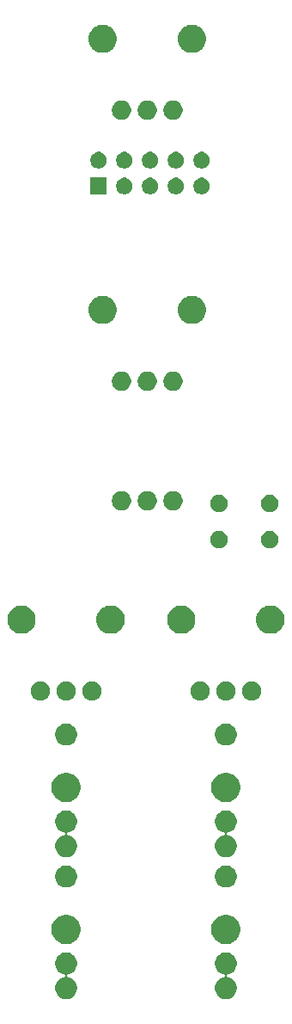
<source format=gbr>
G04 #@! TF.GenerationSoftware,KiCad,Pcbnew,5.1.4*
G04 #@! TF.CreationDate,2019-09-20T20:02:23+02:00*
G04 #@! TF.ProjectId,PolivoksVCF,506f6c69-766f-46b7-9356-43462e6b6963,rev?*
G04 #@! TF.SameCoordinates,Original*
G04 #@! TF.FileFunction,Soldermask,Bot*
G04 #@! TF.FilePolarity,Negative*
%FSLAX46Y46*%
G04 Gerber Fmt 4.6, Leading zero omitted, Abs format (unit mm)*
G04 Created by KiCad (PCBNEW 5.1.4) date 2019-09-20 20:02:23*
%MOMM*%
%LPD*%
G04 APERTURE LIST*
%ADD10C,0.100000*%
G04 APERTURE END LIST*
D10*
G36*
X273806083Y-118366581D02*
G01*
X273876420Y-118380572D01*
X274075188Y-118462905D01*
X274254074Y-118582433D01*
X274406204Y-118734563D01*
X274525732Y-118913449D01*
X274608065Y-119112217D01*
X274650037Y-119323228D01*
X274650037Y-119538372D01*
X274608065Y-119749383D01*
X274525732Y-119948151D01*
X274406204Y-120127037D01*
X274254074Y-120279167D01*
X274075188Y-120398695D01*
X273876420Y-120481028D01*
X273807906Y-120494656D01*
X273707123Y-120514703D01*
X273683674Y-120521816D01*
X273662063Y-120533367D01*
X273643121Y-120548912D01*
X273627576Y-120567854D01*
X273616025Y-120589465D01*
X273608912Y-120612914D01*
X273606510Y-120637300D01*
X273608912Y-120661686D01*
X273616025Y-120685135D01*
X273627576Y-120706746D01*
X273643121Y-120725688D01*
X273662063Y-120741233D01*
X273683674Y-120752784D01*
X273707123Y-120759897D01*
X273807906Y-120779944D01*
X273876420Y-120793572D01*
X274075188Y-120875905D01*
X274254074Y-120995433D01*
X274406204Y-121147563D01*
X274525732Y-121326449D01*
X274608065Y-121525217D01*
X274650037Y-121736228D01*
X274650037Y-121951372D01*
X274608065Y-122162383D01*
X274525732Y-122361151D01*
X274406204Y-122540037D01*
X274254074Y-122692167D01*
X274075188Y-122811695D01*
X273876420Y-122894028D01*
X273806083Y-122908019D01*
X273665411Y-122936000D01*
X273450263Y-122936000D01*
X273309591Y-122908019D01*
X273239254Y-122894028D01*
X273040486Y-122811695D01*
X272861600Y-122692167D01*
X272709470Y-122540037D01*
X272589942Y-122361151D01*
X272507609Y-122162383D01*
X272465637Y-121951372D01*
X272465637Y-121736228D01*
X272507609Y-121525217D01*
X272589942Y-121326449D01*
X272709470Y-121147563D01*
X272861600Y-120995433D01*
X273040486Y-120875905D01*
X273239254Y-120793572D01*
X273307768Y-120779944D01*
X273408551Y-120759897D01*
X273432000Y-120752784D01*
X273453611Y-120741233D01*
X273472553Y-120725688D01*
X273488098Y-120706746D01*
X273499649Y-120685135D01*
X273506762Y-120661686D01*
X273509164Y-120637300D01*
X273506762Y-120612914D01*
X273499649Y-120589465D01*
X273488098Y-120567854D01*
X273472553Y-120548912D01*
X273453611Y-120533367D01*
X273432000Y-120521816D01*
X273408551Y-120514703D01*
X273307768Y-120494656D01*
X273239254Y-120481028D01*
X273040486Y-120398695D01*
X272861600Y-120279167D01*
X272709470Y-120127037D01*
X272589942Y-119948151D01*
X272507609Y-119749383D01*
X272465637Y-119538372D01*
X272465637Y-119323228D01*
X272507609Y-119112217D01*
X272589942Y-118913449D01*
X272709470Y-118734563D01*
X272861600Y-118582433D01*
X273040486Y-118462905D01*
X273239254Y-118380572D01*
X273309591Y-118366581D01*
X273450263Y-118338600D01*
X273665411Y-118338600D01*
X273806083Y-118366581D01*
X273806083Y-118366581D01*
G37*
G36*
X258058083Y-118366581D02*
G01*
X258128420Y-118380572D01*
X258327188Y-118462905D01*
X258506074Y-118582433D01*
X258658204Y-118734563D01*
X258777732Y-118913449D01*
X258860065Y-119112217D01*
X258902037Y-119323228D01*
X258902037Y-119538372D01*
X258860065Y-119749383D01*
X258777732Y-119948151D01*
X258658204Y-120127037D01*
X258506074Y-120279167D01*
X258327188Y-120398695D01*
X258128420Y-120481028D01*
X258059906Y-120494656D01*
X257959123Y-120514703D01*
X257935674Y-120521816D01*
X257914063Y-120533367D01*
X257895121Y-120548912D01*
X257879576Y-120567854D01*
X257868025Y-120589465D01*
X257860912Y-120612914D01*
X257858510Y-120637300D01*
X257860912Y-120661686D01*
X257868025Y-120685135D01*
X257879576Y-120706746D01*
X257895121Y-120725688D01*
X257914063Y-120741233D01*
X257935674Y-120752784D01*
X257959123Y-120759897D01*
X258059906Y-120779944D01*
X258128420Y-120793572D01*
X258327188Y-120875905D01*
X258506074Y-120995433D01*
X258658204Y-121147563D01*
X258777732Y-121326449D01*
X258860065Y-121525217D01*
X258902037Y-121736228D01*
X258902037Y-121951372D01*
X258860065Y-122162383D01*
X258777732Y-122361151D01*
X258658204Y-122540037D01*
X258506074Y-122692167D01*
X258327188Y-122811695D01*
X258128420Y-122894028D01*
X258058083Y-122908019D01*
X257917411Y-122936000D01*
X257702263Y-122936000D01*
X257561591Y-122908019D01*
X257491254Y-122894028D01*
X257292486Y-122811695D01*
X257113600Y-122692167D01*
X256961470Y-122540037D01*
X256841942Y-122361151D01*
X256759609Y-122162383D01*
X256717637Y-121951372D01*
X256717637Y-121736228D01*
X256759609Y-121525217D01*
X256841942Y-121326449D01*
X256961470Y-121147563D01*
X257113600Y-120995433D01*
X257292486Y-120875905D01*
X257491254Y-120793572D01*
X257559768Y-120779944D01*
X257660551Y-120759897D01*
X257684000Y-120752784D01*
X257705611Y-120741233D01*
X257724553Y-120725688D01*
X257740098Y-120706746D01*
X257751649Y-120685135D01*
X257758762Y-120661686D01*
X257761164Y-120637300D01*
X257758762Y-120612914D01*
X257751649Y-120589465D01*
X257740098Y-120567854D01*
X257724553Y-120548912D01*
X257705611Y-120533367D01*
X257684000Y-120521816D01*
X257660551Y-120514703D01*
X257559768Y-120494656D01*
X257491254Y-120481028D01*
X257292486Y-120398695D01*
X257113600Y-120279167D01*
X256961470Y-120127037D01*
X256841942Y-119948151D01*
X256759609Y-119749383D01*
X256717637Y-119538372D01*
X256717637Y-119323228D01*
X256759609Y-119112217D01*
X256841942Y-118913449D01*
X256961470Y-118734563D01*
X257113600Y-118582433D01*
X257292486Y-118462905D01*
X257491254Y-118380572D01*
X257561591Y-118366581D01*
X257702263Y-118338600D01*
X257917411Y-118338600D01*
X258058083Y-118366581D01*
X258058083Y-118366581D01*
G37*
G36*
X273981078Y-114682760D02*
G01*
X274245142Y-114792139D01*
X274482795Y-114950934D01*
X274684903Y-115153042D01*
X274843698Y-115390695D01*
X274953077Y-115654759D01*
X275008837Y-115935088D01*
X275008837Y-116220912D01*
X274953077Y-116501241D01*
X274843698Y-116765305D01*
X274684903Y-117002958D01*
X274482795Y-117205066D01*
X274245142Y-117363861D01*
X273981078Y-117473240D01*
X273700749Y-117529000D01*
X273414925Y-117529000D01*
X273134596Y-117473240D01*
X272870532Y-117363861D01*
X272632879Y-117205066D01*
X272430771Y-117002958D01*
X272271976Y-116765305D01*
X272162597Y-116501241D01*
X272106837Y-116220912D01*
X272106837Y-115935088D01*
X272162597Y-115654759D01*
X272271976Y-115390695D01*
X272430771Y-115153042D01*
X272632879Y-114950934D01*
X272870532Y-114792139D01*
X273134596Y-114682760D01*
X273414925Y-114627000D01*
X273700749Y-114627000D01*
X273981078Y-114682760D01*
X273981078Y-114682760D01*
G37*
G36*
X258233078Y-114682760D02*
G01*
X258497142Y-114792139D01*
X258734795Y-114950934D01*
X258936903Y-115153042D01*
X259095698Y-115390695D01*
X259205077Y-115654759D01*
X259260837Y-115935088D01*
X259260837Y-116220912D01*
X259205077Y-116501241D01*
X259095698Y-116765305D01*
X258936903Y-117002958D01*
X258734795Y-117205066D01*
X258497142Y-117363861D01*
X258233078Y-117473240D01*
X257952749Y-117529000D01*
X257666925Y-117529000D01*
X257386596Y-117473240D01*
X257122532Y-117363861D01*
X256884879Y-117205066D01*
X256682771Y-117002958D01*
X256523976Y-116765305D01*
X256414597Y-116501241D01*
X256358837Y-116220912D01*
X256358837Y-115935088D01*
X256414597Y-115654759D01*
X256523976Y-115390695D01*
X256682771Y-115153042D01*
X256884879Y-114950934D01*
X257122532Y-114792139D01*
X257386596Y-114682760D01*
X257666925Y-114627000D01*
X257952749Y-114627000D01*
X258233078Y-114682760D01*
X258233078Y-114682760D01*
G37*
G36*
X258058083Y-109806781D02*
G01*
X258128420Y-109820772D01*
X258327188Y-109903105D01*
X258506074Y-110022633D01*
X258658204Y-110174763D01*
X258777732Y-110353649D01*
X258860065Y-110552417D01*
X258902037Y-110763428D01*
X258902037Y-110978572D01*
X258860065Y-111189583D01*
X258777732Y-111388351D01*
X258658204Y-111567237D01*
X258506074Y-111719367D01*
X258327188Y-111838895D01*
X258128420Y-111921228D01*
X258058083Y-111935219D01*
X257917411Y-111963200D01*
X257702263Y-111963200D01*
X257561591Y-111935219D01*
X257491254Y-111921228D01*
X257292486Y-111838895D01*
X257113600Y-111719367D01*
X256961470Y-111567237D01*
X256841942Y-111388351D01*
X256759609Y-111189583D01*
X256717637Y-110978572D01*
X256717637Y-110763428D01*
X256759609Y-110552417D01*
X256841942Y-110353649D01*
X256961470Y-110174763D01*
X257113600Y-110022633D01*
X257292486Y-109903105D01*
X257491254Y-109820772D01*
X257561591Y-109806781D01*
X257702263Y-109778800D01*
X257917411Y-109778800D01*
X258058083Y-109806781D01*
X258058083Y-109806781D01*
G37*
G36*
X273806083Y-109806781D02*
G01*
X273876420Y-109820772D01*
X274075188Y-109903105D01*
X274254074Y-110022633D01*
X274406204Y-110174763D01*
X274525732Y-110353649D01*
X274608065Y-110552417D01*
X274650037Y-110763428D01*
X274650037Y-110978572D01*
X274608065Y-111189583D01*
X274525732Y-111388351D01*
X274406204Y-111567237D01*
X274254074Y-111719367D01*
X274075188Y-111838895D01*
X273876420Y-111921228D01*
X273806083Y-111935219D01*
X273665411Y-111963200D01*
X273450263Y-111963200D01*
X273309591Y-111935219D01*
X273239254Y-111921228D01*
X273040486Y-111838895D01*
X272861600Y-111719367D01*
X272709470Y-111567237D01*
X272589942Y-111388351D01*
X272507609Y-111189583D01*
X272465637Y-110978572D01*
X272465637Y-110763428D01*
X272507609Y-110552417D01*
X272589942Y-110353649D01*
X272709470Y-110174763D01*
X272861600Y-110022633D01*
X273040486Y-109903105D01*
X273239254Y-109820772D01*
X273309591Y-109806781D01*
X273450263Y-109778800D01*
X273665411Y-109778800D01*
X273806083Y-109806781D01*
X273806083Y-109806781D01*
G37*
G36*
X273806083Y-104396581D02*
G01*
X273876420Y-104410572D01*
X274075188Y-104492905D01*
X274254074Y-104612433D01*
X274406204Y-104764563D01*
X274525732Y-104943449D01*
X274608065Y-105142217D01*
X274650037Y-105353228D01*
X274650037Y-105568372D01*
X274608065Y-105779383D01*
X274525732Y-105978151D01*
X274406204Y-106157037D01*
X274254074Y-106309167D01*
X274075188Y-106428695D01*
X273876420Y-106511028D01*
X273807906Y-106524656D01*
X273707123Y-106544703D01*
X273683674Y-106551816D01*
X273662063Y-106563367D01*
X273643121Y-106578912D01*
X273627576Y-106597854D01*
X273616025Y-106619465D01*
X273608912Y-106642914D01*
X273606510Y-106667300D01*
X273608912Y-106691686D01*
X273616025Y-106715135D01*
X273627576Y-106736746D01*
X273643121Y-106755688D01*
X273662063Y-106771233D01*
X273683674Y-106782784D01*
X273707123Y-106789897D01*
X273807906Y-106809944D01*
X273876420Y-106823572D01*
X274075188Y-106905905D01*
X274254074Y-107025433D01*
X274406204Y-107177563D01*
X274525732Y-107356449D01*
X274608065Y-107555217D01*
X274650037Y-107766228D01*
X274650037Y-107981372D01*
X274608065Y-108192383D01*
X274525732Y-108391151D01*
X274406204Y-108570037D01*
X274254074Y-108722167D01*
X274075188Y-108841695D01*
X273876420Y-108924028D01*
X273806083Y-108938019D01*
X273665411Y-108966000D01*
X273450263Y-108966000D01*
X273309591Y-108938019D01*
X273239254Y-108924028D01*
X273040486Y-108841695D01*
X272861600Y-108722167D01*
X272709470Y-108570037D01*
X272589942Y-108391151D01*
X272507609Y-108192383D01*
X272465637Y-107981372D01*
X272465637Y-107766228D01*
X272507609Y-107555217D01*
X272589942Y-107356449D01*
X272709470Y-107177563D01*
X272861600Y-107025433D01*
X273040486Y-106905905D01*
X273239254Y-106823572D01*
X273307768Y-106809944D01*
X273408551Y-106789897D01*
X273432000Y-106782784D01*
X273453611Y-106771233D01*
X273472553Y-106755688D01*
X273488098Y-106736746D01*
X273499649Y-106715135D01*
X273506762Y-106691686D01*
X273509164Y-106667300D01*
X273506762Y-106642914D01*
X273499649Y-106619465D01*
X273488098Y-106597854D01*
X273472553Y-106578912D01*
X273453611Y-106563367D01*
X273432000Y-106551816D01*
X273408551Y-106544703D01*
X273307768Y-106524656D01*
X273239254Y-106511028D01*
X273040486Y-106428695D01*
X272861600Y-106309167D01*
X272709470Y-106157037D01*
X272589942Y-105978151D01*
X272507609Y-105779383D01*
X272465637Y-105568372D01*
X272465637Y-105353228D01*
X272507609Y-105142217D01*
X272589942Y-104943449D01*
X272709470Y-104764563D01*
X272861600Y-104612433D01*
X273040486Y-104492905D01*
X273239254Y-104410572D01*
X273309591Y-104396581D01*
X273450263Y-104368600D01*
X273665411Y-104368600D01*
X273806083Y-104396581D01*
X273806083Y-104396581D01*
G37*
G36*
X258058083Y-104396581D02*
G01*
X258128420Y-104410572D01*
X258327188Y-104492905D01*
X258506074Y-104612433D01*
X258658204Y-104764563D01*
X258777732Y-104943449D01*
X258860065Y-105142217D01*
X258902037Y-105353228D01*
X258902037Y-105568372D01*
X258860065Y-105779383D01*
X258777732Y-105978151D01*
X258658204Y-106157037D01*
X258506074Y-106309167D01*
X258327188Y-106428695D01*
X258128420Y-106511028D01*
X258059906Y-106524656D01*
X257959123Y-106544703D01*
X257935674Y-106551816D01*
X257914063Y-106563367D01*
X257895121Y-106578912D01*
X257879576Y-106597854D01*
X257868025Y-106619465D01*
X257860912Y-106642914D01*
X257858510Y-106667300D01*
X257860912Y-106691686D01*
X257868025Y-106715135D01*
X257879576Y-106736746D01*
X257895121Y-106755688D01*
X257914063Y-106771233D01*
X257935674Y-106782784D01*
X257959123Y-106789897D01*
X258059906Y-106809944D01*
X258128420Y-106823572D01*
X258327188Y-106905905D01*
X258506074Y-107025433D01*
X258658204Y-107177563D01*
X258777732Y-107356449D01*
X258860065Y-107555217D01*
X258902037Y-107766228D01*
X258902037Y-107981372D01*
X258860065Y-108192383D01*
X258777732Y-108391151D01*
X258658204Y-108570037D01*
X258506074Y-108722167D01*
X258327188Y-108841695D01*
X258128420Y-108924028D01*
X258058083Y-108938019D01*
X257917411Y-108966000D01*
X257702263Y-108966000D01*
X257561591Y-108938019D01*
X257491254Y-108924028D01*
X257292486Y-108841695D01*
X257113600Y-108722167D01*
X256961470Y-108570037D01*
X256841942Y-108391151D01*
X256759609Y-108192383D01*
X256717637Y-107981372D01*
X256717637Y-107766228D01*
X256759609Y-107555217D01*
X256841942Y-107356449D01*
X256961470Y-107177563D01*
X257113600Y-107025433D01*
X257292486Y-106905905D01*
X257491254Y-106823572D01*
X257559768Y-106809944D01*
X257660551Y-106789897D01*
X257684000Y-106782784D01*
X257705611Y-106771233D01*
X257724553Y-106755688D01*
X257740098Y-106736746D01*
X257751649Y-106715135D01*
X257758762Y-106691686D01*
X257761164Y-106667300D01*
X257758762Y-106642914D01*
X257751649Y-106619465D01*
X257740098Y-106597854D01*
X257724553Y-106578912D01*
X257705611Y-106563367D01*
X257684000Y-106551816D01*
X257660551Y-106544703D01*
X257559768Y-106524656D01*
X257491254Y-106511028D01*
X257292486Y-106428695D01*
X257113600Y-106309167D01*
X256961470Y-106157037D01*
X256841942Y-105978151D01*
X256759609Y-105779383D01*
X256717637Y-105568372D01*
X256717637Y-105353228D01*
X256759609Y-105142217D01*
X256841942Y-104943449D01*
X256961470Y-104764563D01*
X257113600Y-104612433D01*
X257292486Y-104492905D01*
X257491254Y-104410572D01*
X257561591Y-104396581D01*
X257702263Y-104368600D01*
X257917411Y-104368600D01*
X258058083Y-104396581D01*
X258058083Y-104396581D01*
G37*
G36*
X258233078Y-100712760D02*
G01*
X258497142Y-100822139D01*
X258734795Y-100980934D01*
X258936903Y-101183042D01*
X259095698Y-101420695D01*
X259205077Y-101684759D01*
X259260837Y-101965088D01*
X259260837Y-102250912D01*
X259205077Y-102531241D01*
X259095698Y-102795305D01*
X258936903Y-103032958D01*
X258734795Y-103235066D01*
X258497142Y-103393861D01*
X258233078Y-103503240D01*
X257952749Y-103559000D01*
X257666925Y-103559000D01*
X257386596Y-103503240D01*
X257122532Y-103393861D01*
X256884879Y-103235066D01*
X256682771Y-103032958D01*
X256523976Y-102795305D01*
X256414597Y-102531241D01*
X256358837Y-102250912D01*
X256358837Y-101965088D01*
X256414597Y-101684759D01*
X256523976Y-101420695D01*
X256682771Y-101183042D01*
X256884879Y-100980934D01*
X257122532Y-100822139D01*
X257386596Y-100712760D01*
X257666925Y-100657000D01*
X257952749Y-100657000D01*
X258233078Y-100712760D01*
X258233078Y-100712760D01*
G37*
G36*
X273981078Y-100712760D02*
G01*
X274245142Y-100822139D01*
X274482795Y-100980934D01*
X274684903Y-101183042D01*
X274843698Y-101420695D01*
X274953077Y-101684759D01*
X275008837Y-101965088D01*
X275008837Y-102250912D01*
X274953077Y-102531241D01*
X274843698Y-102795305D01*
X274684903Y-103032958D01*
X274482795Y-103235066D01*
X274245142Y-103393861D01*
X273981078Y-103503240D01*
X273700749Y-103559000D01*
X273414925Y-103559000D01*
X273134596Y-103503240D01*
X272870532Y-103393861D01*
X272632879Y-103235066D01*
X272430771Y-103032958D01*
X272271976Y-102795305D01*
X272162597Y-102531241D01*
X272106837Y-102250912D01*
X272106837Y-101965088D01*
X272162597Y-101684759D01*
X272271976Y-101420695D01*
X272430771Y-101183042D01*
X272632879Y-100980934D01*
X272870532Y-100822139D01*
X273134596Y-100712760D01*
X273414925Y-100657000D01*
X273700749Y-100657000D01*
X273981078Y-100712760D01*
X273981078Y-100712760D01*
G37*
G36*
X273806083Y-95836781D02*
G01*
X273876420Y-95850772D01*
X274075188Y-95933105D01*
X274254074Y-96052633D01*
X274406204Y-96204763D01*
X274525732Y-96383649D01*
X274608065Y-96582417D01*
X274650037Y-96793428D01*
X274650037Y-97008572D01*
X274608065Y-97219583D01*
X274525732Y-97418351D01*
X274406204Y-97597237D01*
X274254074Y-97749367D01*
X274075188Y-97868895D01*
X273876420Y-97951228D01*
X273806083Y-97965219D01*
X273665411Y-97993200D01*
X273450263Y-97993200D01*
X273309591Y-97965219D01*
X273239254Y-97951228D01*
X273040486Y-97868895D01*
X272861600Y-97749367D01*
X272709470Y-97597237D01*
X272589942Y-97418351D01*
X272507609Y-97219583D01*
X272465637Y-97008572D01*
X272465637Y-96793428D01*
X272507609Y-96582417D01*
X272589942Y-96383649D01*
X272709470Y-96204763D01*
X272861600Y-96052633D01*
X273040486Y-95933105D01*
X273239254Y-95850772D01*
X273309591Y-95836781D01*
X273450263Y-95808800D01*
X273665411Y-95808800D01*
X273806083Y-95836781D01*
X273806083Y-95836781D01*
G37*
G36*
X258058083Y-95836781D02*
G01*
X258128420Y-95850772D01*
X258327188Y-95933105D01*
X258506074Y-96052633D01*
X258658204Y-96204763D01*
X258777732Y-96383649D01*
X258860065Y-96582417D01*
X258902037Y-96793428D01*
X258902037Y-97008572D01*
X258860065Y-97219583D01*
X258777732Y-97418351D01*
X258658204Y-97597237D01*
X258506074Y-97749367D01*
X258327188Y-97868895D01*
X258128420Y-97951228D01*
X258058083Y-97965219D01*
X257917411Y-97993200D01*
X257702263Y-97993200D01*
X257561591Y-97965219D01*
X257491254Y-97951228D01*
X257292486Y-97868895D01*
X257113600Y-97749367D01*
X256961470Y-97597237D01*
X256841942Y-97418351D01*
X256759609Y-97219583D01*
X256717637Y-97008572D01*
X256717637Y-96793428D01*
X256759609Y-96582417D01*
X256841942Y-96383649D01*
X256961470Y-96204763D01*
X257113600Y-96052633D01*
X257292486Y-95933105D01*
X257491254Y-95850772D01*
X257561591Y-95836781D01*
X257702263Y-95808800D01*
X257917411Y-95808800D01*
X258058083Y-95836781D01*
X258058083Y-95836781D01*
G37*
G36*
X276375729Y-91694154D02*
G01*
X276549110Y-91765971D01*
X276705148Y-91870232D01*
X276837848Y-92002932D01*
X276942109Y-92158970D01*
X277013926Y-92332351D01*
X277050537Y-92516410D01*
X277050537Y-92704076D01*
X277013926Y-92888135D01*
X276942109Y-93061516D01*
X276837848Y-93217554D01*
X276705148Y-93350254D01*
X276549110Y-93454515D01*
X276549109Y-93454516D01*
X276549108Y-93454516D01*
X276375729Y-93526332D01*
X276191671Y-93562943D01*
X276004003Y-93562943D01*
X275819945Y-93526332D01*
X275646566Y-93454516D01*
X275646565Y-93454516D01*
X275646564Y-93454515D01*
X275490526Y-93350254D01*
X275357826Y-93217554D01*
X275253565Y-93061516D01*
X275181748Y-92888135D01*
X275145137Y-92704076D01*
X275145137Y-92516410D01*
X275181748Y-92332351D01*
X275253565Y-92158970D01*
X275357826Y-92002932D01*
X275490526Y-91870232D01*
X275646564Y-91765971D01*
X275819945Y-91694154D01*
X276004003Y-91657543D01*
X276191671Y-91657543D01*
X276375729Y-91694154D01*
X276375729Y-91694154D01*
G37*
G36*
X260627729Y-91694154D02*
G01*
X260801110Y-91765971D01*
X260957148Y-91870232D01*
X261089848Y-92002932D01*
X261194109Y-92158970D01*
X261265926Y-92332351D01*
X261302537Y-92516410D01*
X261302537Y-92704076D01*
X261265926Y-92888135D01*
X261194109Y-93061516D01*
X261089848Y-93217554D01*
X260957148Y-93350254D01*
X260801110Y-93454515D01*
X260801109Y-93454516D01*
X260801108Y-93454516D01*
X260627729Y-93526332D01*
X260443671Y-93562943D01*
X260256003Y-93562943D01*
X260071945Y-93526332D01*
X259898566Y-93454516D01*
X259898565Y-93454516D01*
X259898564Y-93454515D01*
X259742526Y-93350254D01*
X259609826Y-93217554D01*
X259505565Y-93061516D01*
X259433748Y-92888135D01*
X259397137Y-92704076D01*
X259397137Y-92516410D01*
X259433748Y-92332351D01*
X259505565Y-92158970D01*
X259609826Y-92002932D01*
X259742526Y-91870232D01*
X259898564Y-91765971D01*
X260071945Y-91694154D01*
X260256003Y-91657543D01*
X260443671Y-91657543D01*
X260627729Y-91694154D01*
X260627729Y-91694154D01*
G37*
G36*
X258087729Y-91694154D02*
G01*
X258261110Y-91765971D01*
X258417148Y-91870232D01*
X258549848Y-92002932D01*
X258654109Y-92158970D01*
X258725926Y-92332351D01*
X258762537Y-92516410D01*
X258762537Y-92704076D01*
X258725926Y-92888135D01*
X258654109Y-93061516D01*
X258549848Y-93217554D01*
X258417148Y-93350254D01*
X258261110Y-93454515D01*
X258261109Y-93454516D01*
X258261108Y-93454516D01*
X258087729Y-93526332D01*
X257903671Y-93562943D01*
X257716003Y-93562943D01*
X257531945Y-93526332D01*
X257358566Y-93454516D01*
X257358565Y-93454516D01*
X257358564Y-93454515D01*
X257202526Y-93350254D01*
X257069826Y-93217554D01*
X256965565Y-93061516D01*
X256893748Y-92888135D01*
X256857137Y-92704076D01*
X256857137Y-92516410D01*
X256893748Y-92332351D01*
X256965565Y-92158970D01*
X257069826Y-92002932D01*
X257202526Y-91870232D01*
X257358564Y-91765971D01*
X257531945Y-91694154D01*
X257716003Y-91657543D01*
X257903671Y-91657543D01*
X258087729Y-91694154D01*
X258087729Y-91694154D01*
G37*
G36*
X255547729Y-91694154D02*
G01*
X255721110Y-91765971D01*
X255877148Y-91870232D01*
X256009848Y-92002932D01*
X256114109Y-92158970D01*
X256185926Y-92332351D01*
X256222537Y-92516410D01*
X256222537Y-92704076D01*
X256185926Y-92888135D01*
X256114109Y-93061516D01*
X256009848Y-93217554D01*
X255877148Y-93350254D01*
X255721110Y-93454515D01*
X255721109Y-93454516D01*
X255721108Y-93454516D01*
X255547729Y-93526332D01*
X255363671Y-93562943D01*
X255176003Y-93562943D01*
X254991945Y-93526332D01*
X254818566Y-93454516D01*
X254818565Y-93454516D01*
X254818564Y-93454515D01*
X254662526Y-93350254D01*
X254529826Y-93217554D01*
X254425565Y-93061516D01*
X254353748Y-92888135D01*
X254317137Y-92704076D01*
X254317137Y-92516410D01*
X254353748Y-92332351D01*
X254425565Y-92158970D01*
X254529826Y-92002932D01*
X254662526Y-91870232D01*
X254818564Y-91765971D01*
X254991945Y-91694154D01*
X255176003Y-91657543D01*
X255363671Y-91657543D01*
X255547729Y-91694154D01*
X255547729Y-91694154D01*
G37*
G36*
X273835729Y-91694154D02*
G01*
X274009110Y-91765971D01*
X274165148Y-91870232D01*
X274297848Y-92002932D01*
X274402109Y-92158970D01*
X274473926Y-92332351D01*
X274510537Y-92516410D01*
X274510537Y-92704076D01*
X274473926Y-92888135D01*
X274402109Y-93061516D01*
X274297848Y-93217554D01*
X274165148Y-93350254D01*
X274009110Y-93454515D01*
X274009109Y-93454516D01*
X274009108Y-93454516D01*
X273835729Y-93526332D01*
X273651671Y-93562943D01*
X273464003Y-93562943D01*
X273279945Y-93526332D01*
X273106566Y-93454516D01*
X273106565Y-93454516D01*
X273106564Y-93454515D01*
X272950526Y-93350254D01*
X272817826Y-93217554D01*
X272713565Y-93061516D01*
X272641748Y-92888135D01*
X272605137Y-92704076D01*
X272605137Y-92516410D01*
X272641748Y-92332351D01*
X272713565Y-92158970D01*
X272817826Y-92002932D01*
X272950526Y-91870232D01*
X273106564Y-91765971D01*
X273279945Y-91694154D01*
X273464003Y-91657543D01*
X273651671Y-91657543D01*
X273835729Y-91694154D01*
X273835729Y-91694154D01*
G37*
G36*
X271295729Y-91694154D02*
G01*
X271469110Y-91765971D01*
X271625148Y-91870232D01*
X271757848Y-92002932D01*
X271862109Y-92158970D01*
X271933926Y-92332351D01*
X271970537Y-92516410D01*
X271970537Y-92704076D01*
X271933926Y-92888135D01*
X271862109Y-93061516D01*
X271757848Y-93217554D01*
X271625148Y-93350254D01*
X271469110Y-93454515D01*
X271469109Y-93454516D01*
X271469108Y-93454516D01*
X271295729Y-93526332D01*
X271111671Y-93562943D01*
X270924003Y-93562943D01*
X270739945Y-93526332D01*
X270566566Y-93454516D01*
X270566565Y-93454516D01*
X270566564Y-93454515D01*
X270410526Y-93350254D01*
X270277826Y-93217554D01*
X270173565Y-93061516D01*
X270101748Y-92888135D01*
X270065137Y-92704076D01*
X270065137Y-92516410D01*
X270101748Y-92332351D01*
X270173565Y-92158970D01*
X270277826Y-92002932D01*
X270410526Y-91870232D01*
X270566564Y-91765971D01*
X270739945Y-91694154D01*
X270924003Y-91657543D01*
X271111671Y-91657543D01*
X271295729Y-91694154D01*
X271295729Y-91694154D01*
G37*
G36*
X278355880Y-84268548D02*
G01*
X278607842Y-84372914D01*
X278607844Y-84372915D01*
X278664918Y-84411051D01*
X278834604Y-84524431D01*
X279027449Y-84717276D01*
X279178966Y-84944038D01*
X279283332Y-85196000D01*
X279336537Y-85463480D01*
X279336537Y-85736206D01*
X279283332Y-86003686D01*
X279178966Y-86255648D01*
X279027449Y-86482410D01*
X278834604Y-86675255D01*
X278664918Y-86788635D01*
X278607844Y-86826771D01*
X278607843Y-86826772D01*
X278607842Y-86826772D01*
X278355880Y-86931138D01*
X278088400Y-86984343D01*
X277815674Y-86984343D01*
X277548194Y-86931138D01*
X277296232Y-86826772D01*
X277296231Y-86826772D01*
X277296230Y-86826771D01*
X277239156Y-86788635D01*
X277069470Y-86675255D01*
X276876625Y-86482410D01*
X276725108Y-86255648D01*
X276620742Y-86003686D01*
X276567537Y-85736206D01*
X276567537Y-85463480D01*
X276620742Y-85196000D01*
X276725108Y-84944038D01*
X276876625Y-84717276D01*
X277069470Y-84524431D01*
X277239156Y-84411051D01*
X277296230Y-84372915D01*
X277296232Y-84372914D01*
X277548194Y-84268548D01*
X277815674Y-84215343D01*
X278088400Y-84215343D01*
X278355880Y-84268548D01*
X278355880Y-84268548D01*
G37*
G36*
X269567480Y-84268548D02*
G01*
X269819442Y-84372914D01*
X269819444Y-84372915D01*
X269876518Y-84411051D01*
X270046204Y-84524431D01*
X270239049Y-84717276D01*
X270390566Y-84944038D01*
X270494932Y-85196000D01*
X270548137Y-85463480D01*
X270548137Y-85736206D01*
X270494932Y-86003686D01*
X270390566Y-86255648D01*
X270239049Y-86482410D01*
X270046204Y-86675255D01*
X269876518Y-86788635D01*
X269819444Y-86826771D01*
X269819443Y-86826772D01*
X269819442Y-86826772D01*
X269567480Y-86931138D01*
X269300000Y-86984343D01*
X269027274Y-86984343D01*
X268759794Y-86931138D01*
X268507832Y-86826772D01*
X268507831Y-86826772D01*
X268507830Y-86826771D01*
X268450756Y-86788635D01*
X268281070Y-86675255D01*
X268088225Y-86482410D01*
X267936708Y-86255648D01*
X267832342Y-86003686D01*
X267779137Y-85736206D01*
X267779137Y-85463480D01*
X267832342Y-85196000D01*
X267936708Y-84944038D01*
X268088225Y-84717276D01*
X268281070Y-84524431D01*
X268450756Y-84411051D01*
X268507830Y-84372915D01*
X268507832Y-84372914D01*
X268759794Y-84268548D01*
X269027274Y-84215343D01*
X269300000Y-84215343D01*
X269567480Y-84268548D01*
X269567480Y-84268548D01*
G37*
G36*
X262607880Y-84268548D02*
G01*
X262859842Y-84372914D01*
X262859844Y-84372915D01*
X262916918Y-84411051D01*
X263086604Y-84524431D01*
X263279449Y-84717276D01*
X263430966Y-84944038D01*
X263535332Y-85196000D01*
X263588537Y-85463480D01*
X263588537Y-85736206D01*
X263535332Y-86003686D01*
X263430966Y-86255648D01*
X263279449Y-86482410D01*
X263086604Y-86675255D01*
X262916918Y-86788635D01*
X262859844Y-86826771D01*
X262859843Y-86826772D01*
X262859842Y-86826772D01*
X262607880Y-86931138D01*
X262340400Y-86984343D01*
X262067674Y-86984343D01*
X261800194Y-86931138D01*
X261548232Y-86826772D01*
X261548231Y-86826772D01*
X261548230Y-86826771D01*
X261491156Y-86788635D01*
X261321470Y-86675255D01*
X261128625Y-86482410D01*
X260977108Y-86255648D01*
X260872742Y-86003686D01*
X260819537Y-85736206D01*
X260819537Y-85463480D01*
X260872742Y-85196000D01*
X260977108Y-84944038D01*
X261128625Y-84717276D01*
X261321470Y-84524431D01*
X261491156Y-84411051D01*
X261548230Y-84372915D01*
X261548232Y-84372914D01*
X261800194Y-84268548D01*
X262067674Y-84215343D01*
X262340400Y-84215343D01*
X262607880Y-84268548D01*
X262607880Y-84268548D01*
G37*
G36*
X253819480Y-84268548D02*
G01*
X254071442Y-84372914D01*
X254071444Y-84372915D01*
X254128518Y-84411051D01*
X254298204Y-84524431D01*
X254491049Y-84717276D01*
X254642566Y-84944038D01*
X254746932Y-85196000D01*
X254800137Y-85463480D01*
X254800137Y-85736206D01*
X254746932Y-86003686D01*
X254642566Y-86255648D01*
X254491049Y-86482410D01*
X254298204Y-86675255D01*
X254128518Y-86788635D01*
X254071444Y-86826771D01*
X254071443Y-86826772D01*
X254071442Y-86826772D01*
X253819480Y-86931138D01*
X253552000Y-86984343D01*
X253279274Y-86984343D01*
X253011794Y-86931138D01*
X252759832Y-86826772D01*
X252759831Y-86826772D01*
X252759830Y-86826771D01*
X252702756Y-86788635D01*
X252533070Y-86675255D01*
X252340225Y-86482410D01*
X252188708Y-86255648D01*
X252084342Y-86003686D01*
X252031137Y-85736206D01*
X252031137Y-85463480D01*
X252084342Y-85196000D01*
X252188708Y-84944038D01*
X252340225Y-84717276D01*
X252533070Y-84524431D01*
X252702756Y-84411051D01*
X252759830Y-84372915D01*
X252759832Y-84372914D01*
X253011794Y-84268548D01*
X253279274Y-84215343D01*
X253552000Y-84215343D01*
X253819480Y-84268548D01*
X253819480Y-84268548D01*
G37*
G36*
X273124228Y-76905703D02*
G01*
X273279100Y-76969853D01*
X273418481Y-77062985D01*
X273537015Y-77181519D01*
X273630147Y-77320900D01*
X273694297Y-77475772D01*
X273727000Y-77640184D01*
X273727000Y-77807816D01*
X273694297Y-77972228D01*
X273630147Y-78127100D01*
X273537015Y-78266481D01*
X273418481Y-78385015D01*
X273279100Y-78478147D01*
X273124228Y-78542297D01*
X272959816Y-78575000D01*
X272792184Y-78575000D01*
X272627772Y-78542297D01*
X272472900Y-78478147D01*
X272333519Y-78385015D01*
X272214985Y-78266481D01*
X272121853Y-78127100D01*
X272057703Y-77972228D01*
X272025000Y-77807816D01*
X272025000Y-77640184D01*
X272057703Y-77475772D01*
X272121853Y-77320900D01*
X272214985Y-77181519D01*
X272333519Y-77062985D01*
X272472900Y-76969853D01*
X272627772Y-76905703D01*
X272792184Y-76873000D01*
X272959816Y-76873000D01*
X273124228Y-76905703D01*
X273124228Y-76905703D01*
G37*
G36*
X278124228Y-76905703D02*
G01*
X278279100Y-76969853D01*
X278418481Y-77062985D01*
X278537015Y-77181519D01*
X278630147Y-77320900D01*
X278694297Y-77475772D01*
X278727000Y-77640184D01*
X278727000Y-77807816D01*
X278694297Y-77972228D01*
X278630147Y-78127100D01*
X278537015Y-78266481D01*
X278418481Y-78385015D01*
X278279100Y-78478147D01*
X278124228Y-78542297D01*
X277959816Y-78575000D01*
X277792184Y-78575000D01*
X277627772Y-78542297D01*
X277472900Y-78478147D01*
X277333519Y-78385015D01*
X277214985Y-78266481D01*
X277121853Y-78127100D01*
X277057703Y-77972228D01*
X277025000Y-77807816D01*
X277025000Y-77640184D01*
X277057703Y-77475772D01*
X277121853Y-77320900D01*
X277214985Y-77181519D01*
X277333519Y-77062985D01*
X277472900Y-76969853D01*
X277627772Y-76905703D01*
X277792184Y-76873000D01*
X277959816Y-76873000D01*
X278124228Y-76905703D01*
X278124228Y-76905703D01*
G37*
G36*
X278124228Y-73349703D02*
G01*
X278279100Y-73413853D01*
X278418481Y-73506985D01*
X278537015Y-73625519D01*
X278630147Y-73764900D01*
X278694297Y-73919772D01*
X278727000Y-74084184D01*
X278727000Y-74251816D01*
X278694297Y-74416228D01*
X278630147Y-74571100D01*
X278537015Y-74710481D01*
X278418481Y-74829015D01*
X278279100Y-74922147D01*
X278124228Y-74986297D01*
X277959816Y-75019000D01*
X277792184Y-75019000D01*
X277627772Y-74986297D01*
X277472900Y-74922147D01*
X277333519Y-74829015D01*
X277214985Y-74710481D01*
X277121853Y-74571100D01*
X277057703Y-74416228D01*
X277025000Y-74251816D01*
X277025000Y-74084184D01*
X277057703Y-73919772D01*
X277121853Y-73764900D01*
X277214985Y-73625519D01*
X277333519Y-73506985D01*
X277472900Y-73413853D01*
X277627772Y-73349703D01*
X277792184Y-73317000D01*
X277959816Y-73317000D01*
X278124228Y-73349703D01*
X278124228Y-73349703D01*
G37*
G36*
X273124228Y-73349703D02*
G01*
X273279100Y-73413853D01*
X273418481Y-73506985D01*
X273537015Y-73625519D01*
X273630147Y-73764900D01*
X273694297Y-73919772D01*
X273727000Y-74084184D01*
X273727000Y-74251816D01*
X273694297Y-74416228D01*
X273630147Y-74571100D01*
X273537015Y-74710481D01*
X273418481Y-74829015D01*
X273279100Y-74922147D01*
X273124228Y-74986297D01*
X272959816Y-75019000D01*
X272792184Y-75019000D01*
X272627772Y-74986297D01*
X272472900Y-74922147D01*
X272333519Y-74829015D01*
X272214985Y-74710481D01*
X272121853Y-74571100D01*
X272057703Y-74416228D01*
X272025000Y-74251816D01*
X272025000Y-74084184D01*
X272057703Y-73919772D01*
X272121853Y-73764900D01*
X272214985Y-73625519D01*
X272333519Y-73506985D01*
X272472900Y-73413853D01*
X272627772Y-73349703D01*
X272792184Y-73317000D01*
X272959816Y-73317000D01*
X273124228Y-73349703D01*
X273124228Y-73349703D01*
G37*
G36*
X263548395Y-72999546D02*
G01*
X263721466Y-73071234D01*
X263721467Y-73071235D01*
X263877227Y-73175310D01*
X264009690Y-73307773D01*
X264037708Y-73349705D01*
X264113766Y-73463534D01*
X264185454Y-73636605D01*
X264222000Y-73820333D01*
X264222000Y-74007667D01*
X264185454Y-74191395D01*
X264113766Y-74364466D01*
X264113765Y-74364467D01*
X264009690Y-74520227D01*
X263877227Y-74652690D01*
X263798818Y-74705081D01*
X263721466Y-74756766D01*
X263548395Y-74828454D01*
X263364667Y-74865000D01*
X263177333Y-74865000D01*
X262993605Y-74828454D01*
X262820534Y-74756766D01*
X262743182Y-74705081D01*
X262664773Y-74652690D01*
X262532310Y-74520227D01*
X262428235Y-74364467D01*
X262428234Y-74364466D01*
X262356546Y-74191395D01*
X262320000Y-74007667D01*
X262320000Y-73820333D01*
X262356546Y-73636605D01*
X262428234Y-73463534D01*
X262504292Y-73349705D01*
X262532310Y-73307773D01*
X262664773Y-73175310D01*
X262820533Y-73071235D01*
X262820534Y-73071234D01*
X262993605Y-72999546D01*
X263177333Y-72963000D01*
X263364667Y-72963000D01*
X263548395Y-72999546D01*
X263548395Y-72999546D01*
G37*
G36*
X266088395Y-72999546D02*
G01*
X266261466Y-73071234D01*
X266261467Y-73071235D01*
X266417227Y-73175310D01*
X266549690Y-73307773D01*
X266577708Y-73349705D01*
X266653766Y-73463534D01*
X266725454Y-73636605D01*
X266762000Y-73820333D01*
X266762000Y-74007667D01*
X266725454Y-74191395D01*
X266653766Y-74364466D01*
X266653765Y-74364467D01*
X266549690Y-74520227D01*
X266417227Y-74652690D01*
X266338818Y-74705081D01*
X266261466Y-74756766D01*
X266088395Y-74828454D01*
X265904667Y-74865000D01*
X265717333Y-74865000D01*
X265533605Y-74828454D01*
X265360534Y-74756766D01*
X265283182Y-74705081D01*
X265204773Y-74652690D01*
X265072310Y-74520227D01*
X264968235Y-74364467D01*
X264968234Y-74364466D01*
X264896546Y-74191395D01*
X264860000Y-74007667D01*
X264860000Y-73820333D01*
X264896546Y-73636605D01*
X264968234Y-73463534D01*
X265044292Y-73349705D01*
X265072310Y-73307773D01*
X265204773Y-73175310D01*
X265360533Y-73071235D01*
X265360534Y-73071234D01*
X265533605Y-72999546D01*
X265717333Y-72963000D01*
X265904667Y-72963000D01*
X266088395Y-72999546D01*
X266088395Y-72999546D01*
G37*
G36*
X268628395Y-72999546D02*
G01*
X268801466Y-73071234D01*
X268801467Y-73071235D01*
X268957227Y-73175310D01*
X269089690Y-73307773D01*
X269117708Y-73349705D01*
X269193766Y-73463534D01*
X269265454Y-73636605D01*
X269302000Y-73820333D01*
X269302000Y-74007667D01*
X269265454Y-74191395D01*
X269193766Y-74364466D01*
X269193765Y-74364467D01*
X269089690Y-74520227D01*
X268957227Y-74652690D01*
X268878818Y-74705081D01*
X268801466Y-74756766D01*
X268628395Y-74828454D01*
X268444667Y-74865000D01*
X268257333Y-74865000D01*
X268073605Y-74828454D01*
X267900534Y-74756766D01*
X267823182Y-74705081D01*
X267744773Y-74652690D01*
X267612310Y-74520227D01*
X267508235Y-74364467D01*
X267508234Y-74364466D01*
X267436546Y-74191395D01*
X267400000Y-74007667D01*
X267400000Y-73820333D01*
X267436546Y-73636605D01*
X267508234Y-73463534D01*
X267584292Y-73349705D01*
X267612310Y-73307773D01*
X267744773Y-73175310D01*
X267900533Y-73071235D01*
X267900534Y-73071234D01*
X268073605Y-72999546D01*
X268257333Y-72963000D01*
X268444667Y-72963000D01*
X268628395Y-72999546D01*
X268628395Y-72999546D01*
G37*
G36*
X268628892Y-61214154D02*
G01*
X268802273Y-61285971D01*
X268958311Y-61390232D01*
X269091011Y-61522932D01*
X269195272Y-61678970D01*
X269267089Y-61852351D01*
X269303700Y-62036410D01*
X269303700Y-62224076D01*
X269267089Y-62408135D01*
X269195272Y-62581516D01*
X269091011Y-62737554D01*
X268958311Y-62870254D01*
X268802273Y-62974515D01*
X268802272Y-62974516D01*
X268802271Y-62974516D01*
X268628892Y-63046332D01*
X268444834Y-63082943D01*
X268257166Y-63082943D01*
X268073108Y-63046332D01*
X267899729Y-62974516D01*
X267899728Y-62974516D01*
X267899727Y-62974515D01*
X267743689Y-62870254D01*
X267610989Y-62737554D01*
X267506728Y-62581516D01*
X267434911Y-62408135D01*
X267398300Y-62224076D01*
X267398300Y-62036410D01*
X267434911Y-61852351D01*
X267506728Y-61678970D01*
X267610989Y-61522932D01*
X267743689Y-61390232D01*
X267899727Y-61285971D01*
X268073108Y-61214154D01*
X268257166Y-61177543D01*
X268444834Y-61177543D01*
X268628892Y-61214154D01*
X268628892Y-61214154D01*
G37*
G36*
X266088892Y-61214154D02*
G01*
X266262273Y-61285971D01*
X266418311Y-61390232D01*
X266551011Y-61522932D01*
X266655272Y-61678970D01*
X266727089Y-61852351D01*
X266763700Y-62036410D01*
X266763700Y-62224076D01*
X266727089Y-62408135D01*
X266655272Y-62581516D01*
X266551011Y-62737554D01*
X266418311Y-62870254D01*
X266262273Y-62974515D01*
X266262272Y-62974516D01*
X266262271Y-62974516D01*
X266088892Y-63046332D01*
X265904834Y-63082943D01*
X265717166Y-63082943D01*
X265533108Y-63046332D01*
X265359729Y-62974516D01*
X265359728Y-62974516D01*
X265359727Y-62974515D01*
X265203689Y-62870254D01*
X265070989Y-62737554D01*
X264966728Y-62581516D01*
X264894911Y-62408135D01*
X264858300Y-62224076D01*
X264858300Y-62036410D01*
X264894911Y-61852351D01*
X264966728Y-61678970D01*
X265070989Y-61522932D01*
X265203689Y-61390232D01*
X265359727Y-61285971D01*
X265533108Y-61214154D01*
X265717166Y-61177543D01*
X265904834Y-61177543D01*
X266088892Y-61214154D01*
X266088892Y-61214154D01*
G37*
G36*
X263548892Y-61214154D02*
G01*
X263722273Y-61285971D01*
X263878311Y-61390232D01*
X264011011Y-61522932D01*
X264115272Y-61678970D01*
X264187089Y-61852351D01*
X264223700Y-62036410D01*
X264223700Y-62224076D01*
X264187089Y-62408135D01*
X264115272Y-62581516D01*
X264011011Y-62737554D01*
X263878311Y-62870254D01*
X263722273Y-62974515D01*
X263722272Y-62974516D01*
X263722271Y-62974516D01*
X263548892Y-63046332D01*
X263364834Y-63082943D01*
X263177166Y-63082943D01*
X262993108Y-63046332D01*
X262819729Y-62974516D01*
X262819728Y-62974516D01*
X262819727Y-62974515D01*
X262663689Y-62870254D01*
X262530989Y-62737554D01*
X262426728Y-62581516D01*
X262354911Y-62408135D01*
X262318300Y-62224076D01*
X262318300Y-62036410D01*
X262354911Y-61852351D01*
X262426728Y-61678970D01*
X262530989Y-61522932D01*
X262663689Y-61390232D01*
X262819727Y-61285971D01*
X262993108Y-61214154D01*
X263177166Y-61177543D01*
X263364834Y-61177543D01*
X263548892Y-61214154D01*
X263548892Y-61214154D01*
G37*
G36*
X261820643Y-53788548D02*
G01*
X262072605Y-53892914D01*
X262072607Y-53892915D01*
X262129681Y-53931051D01*
X262299367Y-54044431D01*
X262492212Y-54237276D01*
X262643729Y-54464038D01*
X262748095Y-54716000D01*
X262801300Y-54983480D01*
X262801300Y-55256206D01*
X262748095Y-55523686D01*
X262643729Y-55775648D01*
X262492212Y-56002410D01*
X262299367Y-56195255D01*
X262129681Y-56308635D01*
X262072607Y-56346771D01*
X262072606Y-56346772D01*
X262072605Y-56346772D01*
X261820643Y-56451138D01*
X261553163Y-56504343D01*
X261280437Y-56504343D01*
X261012957Y-56451138D01*
X260760995Y-56346772D01*
X260760994Y-56346772D01*
X260760993Y-56346771D01*
X260703919Y-56308635D01*
X260534233Y-56195255D01*
X260341388Y-56002410D01*
X260189871Y-55775648D01*
X260085505Y-55523686D01*
X260032300Y-55256206D01*
X260032300Y-54983480D01*
X260085505Y-54716000D01*
X260189871Y-54464038D01*
X260341388Y-54237276D01*
X260534233Y-54044431D01*
X260703919Y-53931051D01*
X260760993Y-53892915D01*
X260760995Y-53892914D01*
X261012957Y-53788548D01*
X261280437Y-53735343D01*
X261553163Y-53735343D01*
X261820643Y-53788548D01*
X261820643Y-53788548D01*
G37*
G36*
X270609043Y-53788548D02*
G01*
X270861005Y-53892914D01*
X270861007Y-53892915D01*
X270918081Y-53931051D01*
X271087767Y-54044431D01*
X271280612Y-54237276D01*
X271432129Y-54464038D01*
X271536495Y-54716000D01*
X271589700Y-54983480D01*
X271589700Y-55256206D01*
X271536495Y-55523686D01*
X271432129Y-55775648D01*
X271280612Y-56002410D01*
X271087767Y-56195255D01*
X270918081Y-56308635D01*
X270861007Y-56346771D01*
X270861006Y-56346772D01*
X270861005Y-56346772D01*
X270609043Y-56451138D01*
X270341563Y-56504343D01*
X270068837Y-56504343D01*
X269801357Y-56451138D01*
X269549395Y-56346772D01*
X269549394Y-56346772D01*
X269549393Y-56346771D01*
X269492319Y-56308635D01*
X269322633Y-56195255D01*
X269129788Y-56002410D01*
X268978271Y-55775648D01*
X268873905Y-55523686D01*
X268820700Y-55256206D01*
X268820700Y-54983480D01*
X268873905Y-54716000D01*
X268978271Y-54464038D01*
X269129788Y-54237276D01*
X269322633Y-54044431D01*
X269492319Y-53931051D01*
X269549393Y-53892915D01*
X269549395Y-53892914D01*
X269801357Y-53788548D01*
X270068837Y-53735343D01*
X270341563Y-53735343D01*
X270609043Y-53788548D01*
X270609043Y-53788548D01*
G37*
G36*
X268879643Y-42144242D02*
G01*
X269027602Y-42205529D01*
X269160756Y-42294499D01*
X269274002Y-42407745D01*
X269362972Y-42540899D01*
X269424259Y-42688858D01*
X269455501Y-42845925D01*
X269455501Y-43006075D01*
X269424259Y-43163142D01*
X269362972Y-43311101D01*
X269274002Y-43444255D01*
X269160756Y-43557501D01*
X269027602Y-43646471D01*
X268879643Y-43707758D01*
X268722576Y-43739000D01*
X268562426Y-43739000D01*
X268405359Y-43707758D01*
X268257400Y-43646471D01*
X268124246Y-43557501D01*
X268011000Y-43444255D01*
X267922030Y-43311101D01*
X267860743Y-43163142D01*
X267829501Y-43006075D01*
X267829501Y-42845925D01*
X267860743Y-42688858D01*
X267922030Y-42540899D01*
X268011000Y-42407745D01*
X268124246Y-42294499D01*
X268257400Y-42205529D01*
X268405359Y-42144242D01*
X268562426Y-42113000D01*
X268722576Y-42113000D01*
X268879643Y-42144242D01*
X268879643Y-42144242D01*
G37*
G36*
X266339643Y-42144242D02*
G01*
X266487602Y-42205529D01*
X266620756Y-42294499D01*
X266734002Y-42407745D01*
X266822972Y-42540899D01*
X266884259Y-42688858D01*
X266915501Y-42845925D01*
X266915501Y-43006075D01*
X266884259Y-43163142D01*
X266822972Y-43311101D01*
X266734002Y-43444255D01*
X266620756Y-43557501D01*
X266487602Y-43646471D01*
X266339643Y-43707758D01*
X266182576Y-43739000D01*
X266022426Y-43739000D01*
X265865359Y-43707758D01*
X265717400Y-43646471D01*
X265584246Y-43557501D01*
X265471000Y-43444255D01*
X265382030Y-43311101D01*
X265320743Y-43163142D01*
X265289501Y-43006075D01*
X265289501Y-42845925D01*
X265320743Y-42688858D01*
X265382030Y-42540899D01*
X265471000Y-42407745D01*
X265584246Y-42294499D01*
X265717400Y-42205529D01*
X265865359Y-42144242D01*
X266022426Y-42113000D01*
X266182576Y-42113000D01*
X266339643Y-42144242D01*
X266339643Y-42144242D01*
G37*
G36*
X271419643Y-42144242D02*
G01*
X271567602Y-42205529D01*
X271700756Y-42294499D01*
X271814002Y-42407745D01*
X271902972Y-42540899D01*
X271964259Y-42688858D01*
X271995501Y-42845925D01*
X271995501Y-43006075D01*
X271964259Y-43163142D01*
X271902972Y-43311101D01*
X271814002Y-43444255D01*
X271700756Y-43557501D01*
X271567602Y-43646471D01*
X271419643Y-43707758D01*
X271262576Y-43739000D01*
X271102426Y-43739000D01*
X270945359Y-43707758D01*
X270797400Y-43646471D01*
X270664246Y-43557501D01*
X270551000Y-43444255D01*
X270462030Y-43311101D01*
X270400743Y-43163142D01*
X270369501Y-43006075D01*
X270369501Y-42845925D01*
X270400743Y-42688858D01*
X270462030Y-42540899D01*
X270551000Y-42407745D01*
X270664246Y-42294499D01*
X270797400Y-42205529D01*
X270945359Y-42144242D01*
X271102426Y-42113000D01*
X271262576Y-42113000D01*
X271419643Y-42144242D01*
X271419643Y-42144242D01*
G37*
G36*
X261835501Y-43739000D02*
G01*
X260209501Y-43739000D01*
X260209501Y-42113000D01*
X261835501Y-42113000D01*
X261835501Y-43739000D01*
X261835501Y-43739000D01*
G37*
G36*
X263799643Y-42144242D02*
G01*
X263947602Y-42205529D01*
X264080756Y-42294499D01*
X264194002Y-42407745D01*
X264282972Y-42540899D01*
X264344259Y-42688858D01*
X264375501Y-42845925D01*
X264375501Y-43006075D01*
X264344259Y-43163142D01*
X264282972Y-43311101D01*
X264194002Y-43444255D01*
X264080756Y-43557501D01*
X263947602Y-43646471D01*
X263799643Y-43707758D01*
X263642576Y-43739000D01*
X263482426Y-43739000D01*
X263325359Y-43707758D01*
X263177400Y-43646471D01*
X263044246Y-43557501D01*
X262931000Y-43444255D01*
X262842030Y-43311101D01*
X262780743Y-43163142D01*
X262749501Y-43006075D01*
X262749501Y-42845925D01*
X262780743Y-42688858D01*
X262842030Y-42540899D01*
X262931000Y-42407745D01*
X263044246Y-42294499D01*
X263177400Y-42205529D01*
X263325359Y-42144242D01*
X263482426Y-42113000D01*
X263642576Y-42113000D01*
X263799643Y-42144242D01*
X263799643Y-42144242D01*
G37*
G36*
X271419643Y-39604242D02*
G01*
X271567602Y-39665529D01*
X271700756Y-39754499D01*
X271814002Y-39867745D01*
X271902972Y-40000899D01*
X271964259Y-40148858D01*
X271995501Y-40305925D01*
X271995501Y-40466075D01*
X271964259Y-40623142D01*
X271902972Y-40771101D01*
X271814002Y-40904255D01*
X271700756Y-41017501D01*
X271567602Y-41106471D01*
X271419643Y-41167758D01*
X271262576Y-41199000D01*
X271102426Y-41199000D01*
X270945359Y-41167758D01*
X270797400Y-41106471D01*
X270664246Y-41017501D01*
X270551000Y-40904255D01*
X270462030Y-40771101D01*
X270400743Y-40623142D01*
X270369501Y-40466075D01*
X270369501Y-40305925D01*
X270400743Y-40148858D01*
X270462030Y-40000899D01*
X270551000Y-39867745D01*
X270664246Y-39754499D01*
X270797400Y-39665529D01*
X270945359Y-39604242D01*
X271102426Y-39573000D01*
X271262576Y-39573000D01*
X271419643Y-39604242D01*
X271419643Y-39604242D01*
G37*
G36*
X261259643Y-39604242D02*
G01*
X261407602Y-39665529D01*
X261540756Y-39754499D01*
X261654002Y-39867745D01*
X261742972Y-40000899D01*
X261804259Y-40148858D01*
X261835501Y-40305925D01*
X261835501Y-40466075D01*
X261804259Y-40623142D01*
X261742972Y-40771101D01*
X261654002Y-40904255D01*
X261540756Y-41017501D01*
X261407602Y-41106471D01*
X261259643Y-41167758D01*
X261102576Y-41199000D01*
X260942426Y-41199000D01*
X260785359Y-41167758D01*
X260637400Y-41106471D01*
X260504246Y-41017501D01*
X260391000Y-40904255D01*
X260302030Y-40771101D01*
X260240743Y-40623142D01*
X260209501Y-40466075D01*
X260209501Y-40305925D01*
X260240743Y-40148858D01*
X260302030Y-40000899D01*
X260391000Y-39867745D01*
X260504246Y-39754499D01*
X260637400Y-39665529D01*
X260785359Y-39604242D01*
X260942426Y-39573000D01*
X261102576Y-39573000D01*
X261259643Y-39604242D01*
X261259643Y-39604242D01*
G37*
G36*
X263799643Y-39604242D02*
G01*
X263947602Y-39665529D01*
X264080756Y-39754499D01*
X264194002Y-39867745D01*
X264282972Y-40000899D01*
X264344259Y-40148858D01*
X264375501Y-40305925D01*
X264375501Y-40466075D01*
X264344259Y-40623142D01*
X264282972Y-40771101D01*
X264194002Y-40904255D01*
X264080756Y-41017501D01*
X263947602Y-41106471D01*
X263799643Y-41167758D01*
X263642576Y-41199000D01*
X263482426Y-41199000D01*
X263325359Y-41167758D01*
X263177400Y-41106471D01*
X263044246Y-41017501D01*
X262931000Y-40904255D01*
X262842030Y-40771101D01*
X262780743Y-40623142D01*
X262749501Y-40466075D01*
X262749501Y-40305925D01*
X262780743Y-40148858D01*
X262842030Y-40000899D01*
X262931000Y-39867745D01*
X263044246Y-39754499D01*
X263177400Y-39665529D01*
X263325359Y-39604242D01*
X263482426Y-39573000D01*
X263642576Y-39573000D01*
X263799643Y-39604242D01*
X263799643Y-39604242D01*
G37*
G36*
X268879643Y-39604242D02*
G01*
X269027602Y-39665529D01*
X269160756Y-39754499D01*
X269274002Y-39867745D01*
X269362972Y-40000899D01*
X269424259Y-40148858D01*
X269455501Y-40305925D01*
X269455501Y-40466075D01*
X269424259Y-40623142D01*
X269362972Y-40771101D01*
X269274002Y-40904255D01*
X269160756Y-41017501D01*
X269027602Y-41106471D01*
X268879643Y-41167758D01*
X268722576Y-41199000D01*
X268562426Y-41199000D01*
X268405359Y-41167758D01*
X268257400Y-41106471D01*
X268124246Y-41017501D01*
X268011000Y-40904255D01*
X267922030Y-40771101D01*
X267860743Y-40623142D01*
X267829501Y-40466075D01*
X267829501Y-40305925D01*
X267860743Y-40148858D01*
X267922030Y-40000899D01*
X268011000Y-39867745D01*
X268124246Y-39754499D01*
X268257400Y-39665529D01*
X268405359Y-39604242D01*
X268562426Y-39573000D01*
X268722576Y-39573000D01*
X268879643Y-39604242D01*
X268879643Y-39604242D01*
G37*
G36*
X266339643Y-39604242D02*
G01*
X266487602Y-39665529D01*
X266620756Y-39754499D01*
X266734002Y-39867745D01*
X266822972Y-40000899D01*
X266884259Y-40148858D01*
X266915501Y-40305925D01*
X266915501Y-40466075D01*
X266884259Y-40623142D01*
X266822972Y-40771101D01*
X266734002Y-40904255D01*
X266620756Y-41017501D01*
X266487602Y-41106471D01*
X266339643Y-41167758D01*
X266182576Y-41199000D01*
X266022426Y-41199000D01*
X265865359Y-41167758D01*
X265717400Y-41106471D01*
X265584246Y-41017501D01*
X265471000Y-40904255D01*
X265382030Y-40771101D01*
X265320743Y-40623142D01*
X265289501Y-40466075D01*
X265289501Y-40305925D01*
X265320743Y-40148858D01*
X265382030Y-40000899D01*
X265471000Y-39867745D01*
X265584246Y-39754499D01*
X265717400Y-39665529D01*
X265865359Y-39604242D01*
X266022426Y-39573000D01*
X266182576Y-39573000D01*
X266339643Y-39604242D01*
X266339643Y-39604242D01*
G37*
G36*
X263548892Y-34544154D02*
G01*
X263722273Y-34615971D01*
X263878311Y-34720232D01*
X264011011Y-34852932D01*
X264115272Y-35008970D01*
X264187089Y-35182351D01*
X264223700Y-35366410D01*
X264223700Y-35554076D01*
X264187089Y-35738135D01*
X264115272Y-35911516D01*
X264011011Y-36067554D01*
X263878311Y-36200254D01*
X263722273Y-36304515D01*
X263722272Y-36304516D01*
X263722271Y-36304516D01*
X263548892Y-36376332D01*
X263364834Y-36412943D01*
X263177166Y-36412943D01*
X262993108Y-36376332D01*
X262819729Y-36304516D01*
X262819728Y-36304516D01*
X262819727Y-36304515D01*
X262663689Y-36200254D01*
X262530989Y-36067554D01*
X262426728Y-35911516D01*
X262354911Y-35738135D01*
X262318300Y-35554076D01*
X262318300Y-35366410D01*
X262354911Y-35182351D01*
X262426728Y-35008970D01*
X262530989Y-34852932D01*
X262663689Y-34720232D01*
X262819727Y-34615971D01*
X262993108Y-34544154D01*
X263177166Y-34507543D01*
X263364834Y-34507543D01*
X263548892Y-34544154D01*
X263548892Y-34544154D01*
G37*
G36*
X266088892Y-34544154D02*
G01*
X266262273Y-34615971D01*
X266418311Y-34720232D01*
X266551011Y-34852932D01*
X266655272Y-35008970D01*
X266727089Y-35182351D01*
X266763700Y-35366410D01*
X266763700Y-35554076D01*
X266727089Y-35738135D01*
X266655272Y-35911516D01*
X266551011Y-36067554D01*
X266418311Y-36200254D01*
X266262273Y-36304515D01*
X266262272Y-36304516D01*
X266262271Y-36304516D01*
X266088892Y-36376332D01*
X265904834Y-36412943D01*
X265717166Y-36412943D01*
X265533108Y-36376332D01*
X265359729Y-36304516D01*
X265359728Y-36304516D01*
X265359727Y-36304515D01*
X265203689Y-36200254D01*
X265070989Y-36067554D01*
X264966728Y-35911516D01*
X264894911Y-35738135D01*
X264858300Y-35554076D01*
X264858300Y-35366410D01*
X264894911Y-35182351D01*
X264966728Y-35008970D01*
X265070989Y-34852932D01*
X265203689Y-34720232D01*
X265359727Y-34615971D01*
X265533108Y-34544154D01*
X265717166Y-34507543D01*
X265904834Y-34507543D01*
X266088892Y-34544154D01*
X266088892Y-34544154D01*
G37*
G36*
X268628892Y-34544154D02*
G01*
X268802273Y-34615971D01*
X268958311Y-34720232D01*
X269091011Y-34852932D01*
X269195272Y-35008970D01*
X269267089Y-35182351D01*
X269303700Y-35366410D01*
X269303700Y-35554076D01*
X269267089Y-35738135D01*
X269195272Y-35911516D01*
X269091011Y-36067554D01*
X268958311Y-36200254D01*
X268802273Y-36304515D01*
X268802272Y-36304516D01*
X268802271Y-36304516D01*
X268628892Y-36376332D01*
X268444834Y-36412943D01*
X268257166Y-36412943D01*
X268073108Y-36376332D01*
X267899729Y-36304516D01*
X267899728Y-36304516D01*
X267899727Y-36304515D01*
X267743689Y-36200254D01*
X267610989Y-36067554D01*
X267506728Y-35911516D01*
X267434911Y-35738135D01*
X267398300Y-35554076D01*
X267398300Y-35366410D01*
X267434911Y-35182351D01*
X267506728Y-35008970D01*
X267610989Y-34852932D01*
X267743689Y-34720232D01*
X267899727Y-34615971D01*
X268073108Y-34544154D01*
X268257166Y-34507543D01*
X268444834Y-34507543D01*
X268628892Y-34544154D01*
X268628892Y-34544154D01*
G37*
G36*
X270609043Y-27118548D02*
G01*
X270861005Y-27222914D01*
X270861007Y-27222915D01*
X270918081Y-27261051D01*
X271087767Y-27374431D01*
X271280612Y-27567276D01*
X271432129Y-27794038D01*
X271536495Y-28046000D01*
X271589700Y-28313480D01*
X271589700Y-28586206D01*
X271536495Y-28853686D01*
X271432129Y-29105648D01*
X271280612Y-29332410D01*
X271087767Y-29525255D01*
X270918081Y-29638635D01*
X270861007Y-29676771D01*
X270861006Y-29676772D01*
X270861005Y-29676772D01*
X270609043Y-29781138D01*
X270341563Y-29834343D01*
X270068837Y-29834343D01*
X269801357Y-29781138D01*
X269549395Y-29676772D01*
X269549394Y-29676772D01*
X269549393Y-29676771D01*
X269492319Y-29638635D01*
X269322633Y-29525255D01*
X269129788Y-29332410D01*
X268978271Y-29105648D01*
X268873905Y-28853686D01*
X268820700Y-28586206D01*
X268820700Y-28313480D01*
X268873905Y-28046000D01*
X268978271Y-27794038D01*
X269129788Y-27567276D01*
X269322633Y-27374431D01*
X269492319Y-27261051D01*
X269549393Y-27222915D01*
X269549395Y-27222914D01*
X269801357Y-27118548D01*
X270068837Y-27065343D01*
X270341563Y-27065343D01*
X270609043Y-27118548D01*
X270609043Y-27118548D01*
G37*
G36*
X261820643Y-27118548D02*
G01*
X262072605Y-27222914D01*
X262072607Y-27222915D01*
X262129681Y-27261051D01*
X262299367Y-27374431D01*
X262492212Y-27567276D01*
X262643729Y-27794038D01*
X262748095Y-28046000D01*
X262801300Y-28313480D01*
X262801300Y-28586206D01*
X262748095Y-28853686D01*
X262643729Y-29105648D01*
X262492212Y-29332410D01*
X262299367Y-29525255D01*
X262129681Y-29638635D01*
X262072607Y-29676771D01*
X262072606Y-29676772D01*
X262072605Y-29676772D01*
X261820643Y-29781138D01*
X261553163Y-29834343D01*
X261280437Y-29834343D01*
X261012957Y-29781138D01*
X260760995Y-29676772D01*
X260760994Y-29676772D01*
X260760993Y-29676771D01*
X260703919Y-29638635D01*
X260534233Y-29525255D01*
X260341388Y-29332410D01*
X260189871Y-29105648D01*
X260085505Y-28853686D01*
X260032300Y-28586206D01*
X260032300Y-28313480D01*
X260085505Y-28046000D01*
X260189871Y-27794038D01*
X260341388Y-27567276D01*
X260534233Y-27374431D01*
X260703919Y-27261051D01*
X260760993Y-27222915D01*
X260760995Y-27222914D01*
X261012957Y-27118548D01*
X261280437Y-27065343D01*
X261553163Y-27065343D01*
X261820643Y-27118548D01*
X261820643Y-27118548D01*
G37*
M02*

</source>
